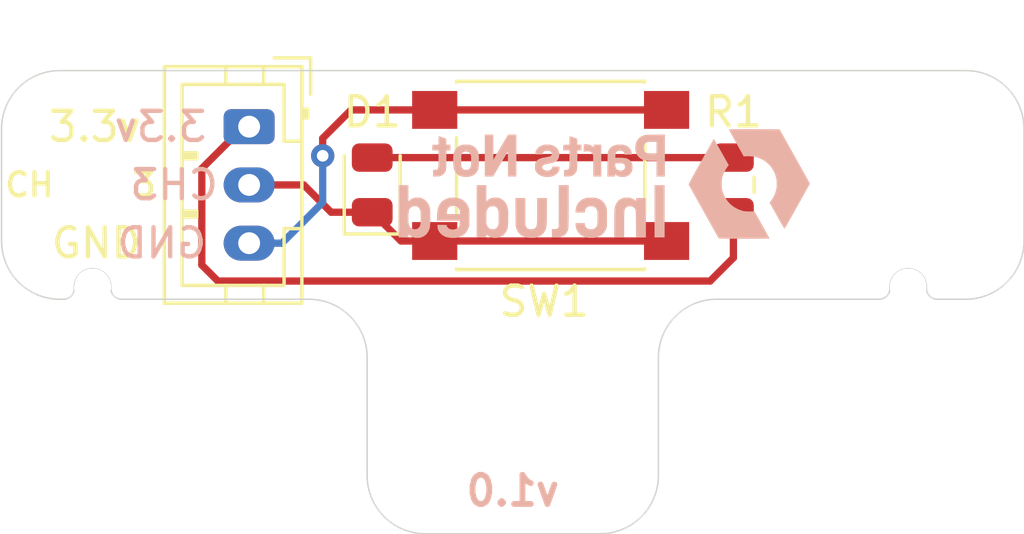
<source format=kicad_pcb>
(kicad_pcb (version 20171130) (host pcbnew "(5.1.5)-3")

  (general
    (thickness 1.6)
    (drawings 81)
    (tracks 23)
    (zones 0)
    (modules 10)
    (nets 5)
  )

  (page USLetter)
  (layers
    (0 F.Cu signal)
    (31 B.Cu signal)
    (32 B.Adhes user)
    (33 F.Adhes user)
    (34 B.Paste user)
    (35 F.Paste user)
    (36 B.SilkS user)
    (37 F.SilkS user)
    (38 B.Mask user)
    (39 F.Mask user)
    (40 Dwgs.User user)
    (41 Cmts.User user)
    (42 Eco1.User user)
    (43 Eco2.User user)
    (44 Edge.Cuts user)
    (45 Margin user)
    (46 B.CrtYd user)
    (47 F.CrtYd user)
    (48 B.Fab user)
    (49 F.Fab user)
  )

  (setup
    (last_trace_width 0.25)
    (trace_clearance 0.2)
    (zone_clearance 0.508)
    (zone_45_only no)
    (trace_min 0.2)
    (via_size 0.8)
    (via_drill 0.4)
    (via_min_size 0.4)
    (via_min_drill 0.3)
    (uvia_size 0.3)
    (uvia_drill 0.1)
    (uvias_allowed no)
    (uvia_min_size 0.2)
    (uvia_min_drill 0.1)
    (edge_width 0.05)
    (segment_width 0.2)
    (pcb_text_width 0.3)
    (pcb_text_size 1.5 1.5)
    (mod_edge_width 0.12)
    (mod_text_size 1 1)
    (mod_text_width 0.15)
    (pad_size 1.524 1.524)
    (pad_drill 0.762)
    (pad_to_mask_clearance 0.051)
    (solder_mask_min_width 0.25)
    (aux_axis_origin 0 0)
    (visible_elements 7FFFFF7F)
    (pcbplotparams
      (layerselection 0x010fc_ffffffff)
      (usegerberextensions true)
      (usegerberattributes true)
      (usegerberadvancedattributes false)
      (creategerberjobfile false)
      (excludeedgelayer true)
      (linewidth 0.100000)
      (plotframeref false)
      (viasonmask false)
      (mode 1)
      (useauxorigin false)
      (hpglpennumber 1)
      (hpglpenspeed 20)
      (hpglpendiameter 15.000000)
      (psnegative false)
      (psa4output false)
      (plotreference true)
      (plotvalue true)
      (plotinvisibletext false)
      (padsonsilk false)
      (subtractmaskfromsilk false)
      (outputformat 1)
      (mirror false)
      (drillshape 0)
      (scaleselection 1)
      (outputdirectory "../Gerbers/"))
  )

  (net 0 "")
  (net 1 /CH3)
  (net 2 "Net-(D1-Pad2)")
  (net 3 /3V3)
  (net 4 /GND)

  (net_class Default "This is the default net class."
    (clearance 0.2)
    (trace_width 0.25)
    (via_dia 0.8)
    (via_drill 0.4)
    (uvia_dia 0.3)
    (uvia_drill 0.1)
    (add_net /3V3)
    (add_net /CH3)
    (add_net /GND)
    (add_net "Net-(D1-Pad2)")
  )

  (module DumboRC_Daughterboards:DumboRC_Ch3_PNI-Logo (layer B.Cu) (tedit 0) (tstamp 5E5F66FA)
    (at 128.5 100.25 180)
    (fp_text reference G*** (at 0 0) (layer B.SilkS) hide
      (effects (font (size 1.524 1.524) (thickness 0.3)) (justify mirror))
    )
    (fp_text value LOGO (at 0.75 0) (layer B.SilkS) hide
      (effects (font (size 1.524 1.524) (thickness 0.3)) (justify mirror))
    )
    (fp_poly (pts (xy 5.616264 1.915278) (xy 5.618917 1.905242) (xy 5.620574 1.88653) (xy 5.621464 1.856918)
      (xy 5.621817 1.81418) (xy 5.621867 1.774598) (xy 5.621867 1.626121) (xy 5.725584 1.623744)
      (xy 5.8293 1.621366) (xy 5.831703 1.53035) (xy 5.834106 1.439333) (xy 5.621867 1.439333)
      (xy 5.62188 1.140883) (xy 5.621953 1.060804) (xy 5.62222 0.995856) (xy 5.622761 0.94424)
      (xy 5.623658 0.904155) (xy 5.624993 0.873799) (xy 5.626846 0.851372) (xy 5.629299 0.835073)
      (xy 5.632433 0.823102) (xy 5.63633 0.813657) (xy 5.636697 0.812918) (xy 5.653338 0.788313)
      (xy 5.675901 0.77269) (xy 5.707912 0.764482) (xy 5.750984 0.762125) (xy 5.808134 0.762)
      (xy 5.808134 0.541867) (xy 5.70865 0.542433) (xy 5.662365 0.543691) (xy 5.620421 0.546657)
      (xy 5.58758 0.550918) (xy 5.573489 0.55415) (xy 5.508049 0.582848) (xy 5.452731 0.624251)
      (xy 5.409101 0.676934) (xy 5.383179 0.727461) (xy 5.378449 0.740043) (xy 5.374566 0.752757)
      (xy 5.371426 0.767397) (xy 5.368925 0.785758) (xy 5.366959 0.809633) (xy 5.365424 0.840818)
      (xy 5.364217 0.881105) (xy 5.363232 0.932289) (xy 5.362368 0.996165) (xy 5.361518 1.074526)
      (xy 5.361192 1.107016) (xy 5.357895 1.439333) (xy 5.215467 1.439333) (xy 5.215467 1.6256)
      (xy 5.358879 1.6256) (xy 5.361256 1.729257) (xy 5.363634 1.832915) (xy 5.477934 1.873148)
      (xy 5.520149 1.887983) (xy 5.557507 1.901065) (xy 5.586673 1.911229) (xy 5.604314 1.917311)
      (xy 5.60705 1.918228) (xy 5.612385 1.918865) (xy 5.616264 1.915278)) (layer B.SilkS) (width 0.01))
    (fp_poly (pts (xy 3.7465 1.098261) (xy 3.750886 1.972733) (xy 4.030134 1.972733) (xy 4.030134 0.541867)
      (xy 3.753193 0.541867) (xy 3.495847 0.978713) (xy 3.2385 1.41556) (xy 3.236307 0.978713)
      (xy 3.234114 0.541867) (xy 2.954867 0.541867) (xy 2.954867 1.972733) (xy 3.232426 1.972733)
      (xy 3.7465 1.098261)) (layer B.SilkS) (width 0.01))
    (fp_poly (pts (xy 1.120464 1.915278) (xy 1.123117 1.905242) (xy 1.124774 1.88653) (xy 1.125664 1.856918)
      (xy 1.126017 1.81418) (xy 1.126067 1.774598) (xy 1.126067 1.626121) (xy 1.229783 1.623744)
      (xy 1.3335 1.621366) (xy 1.335903 1.53035) (xy 1.338306 1.439333) (xy 1.126067 1.439333)
      (xy 1.12608 1.140883) (xy 1.126153 1.060804) (xy 1.12642 0.995856) (xy 1.126961 0.94424)
      (xy 1.127858 0.904155) (xy 1.129193 0.873799) (xy 1.131046 0.851372) (xy 1.133499 0.835073)
      (xy 1.136633 0.823102) (xy 1.14053 0.813657) (xy 1.140897 0.812918) (xy 1.157538 0.788313)
      (xy 1.180101 0.77269) (xy 1.212112 0.764482) (xy 1.255183 0.762125) (xy 1.312334 0.762)
      (xy 1.312334 0.541867) (xy 1.21285 0.542433) (xy 1.166565 0.543691) (xy 1.124621 0.546657)
      (xy 1.09178 0.550918) (xy 1.077689 0.55415) (xy 1.012249 0.582848) (xy 0.956931 0.624251)
      (xy 0.913301 0.676934) (xy 0.887379 0.727461) (xy 0.882649 0.740043) (xy 0.878766 0.752757)
      (xy 0.875626 0.767397) (xy 0.873125 0.785758) (xy 0.871159 0.809633) (xy 0.869624 0.840818)
      (xy 0.868417 0.881105) (xy 0.867432 0.932289) (xy 0.866568 0.996165) (xy 0.865718 1.074526)
      (xy 0.865392 1.107016) (xy 0.862095 1.439333) (xy 0.719667 1.439333) (xy 0.719667 1.6256)
      (xy 0.863079 1.6256) (xy 0.865456 1.729257) (xy 0.867833 1.832915) (xy 0.982133 1.873148)
      (xy 1.024349 1.887983) (xy 1.061707 1.901065) (xy 1.090873 1.911229) (xy 1.108514 1.917311)
      (xy 1.11125 1.918228) (xy 1.116585 1.918865) (xy 1.120464 1.915278)) (layer B.SilkS) (width 0.01))
    (fp_poly (pts (xy 0.564358 1.640787) (xy 0.630767 1.6383) (xy 0.635439 1.3909) (xy 0.59077 1.40296)
      (xy 0.527091 1.413057) (xy 0.467333 1.408786) (xy 0.413591 1.390901) (xy 0.367959 1.360157)
      (xy 0.332535 1.317308) (xy 0.32726 1.3081) (xy 0.322858 1.299437) (xy 0.319214 1.290231)
      (xy 0.316244 1.278854) (xy 0.313862 1.263678) (xy 0.311986 1.243074) (xy 0.310531 1.215413)
      (xy 0.309412 1.179067) (xy 0.308546 1.132407) (xy 0.307847 1.073804) (xy 0.307233 1.001631)
      (xy 0.306619 0.914259) (xy 0.306578 0.90805) (xy 0.304122 0.541867) (xy 0.042333 0.541867)
      (xy 0.042333 1.6256) (xy 0.296333 1.6256) (xy 0.296602 1.572683) (xy 0.29687 1.519766)
      (xy 0.314357 1.543208) (xy 0.353736 1.582401) (xy 0.4053 1.612426) (xy 0.466376 1.632242)
      (xy 0.534291 1.640803) (xy 0.564358 1.640787)) (layer B.SilkS) (width 0.01))
    (fp_poly (pts (xy -1.83515 1.972586) (xy -1.747159 1.972381) (xy -1.674354 1.971817) (xy -1.614991 1.970834)
      (xy -1.567326 1.969372) (xy -1.529615 1.967371) (xy -1.500113 1.96477) (xy -1.477075 1.961509)
      (xy -1.468966 1.959941) (xy -1.386722 1.934746) (xy -1.314819 1.896539) (xy -1.253956 1.846223)
      (xy -1.204833 1.784705) (xy -1.168147 1.712891) (xy -1.144598 1.631685) (xy -1.134883 1.541995)
      (xy -1.134658 1.526533) (xy -1.140666 1.437648) (xy -1.159378 1.359133) (xy -1.191313 1.289599)
      (xy -1.236994 1.227656) (xy -1.252849 1.210951) (xy -1.292902 1.174701) (xy -1.334501 1.145618)
      (xy -1.379977 1.123033) (xy -1.431658 1.106277) (xy -1.491874 1.094682) (xy -1.562954 1.087578)
      (xy -1.647229 1.084297) (xy -1.69545 1.08388) (xy -1.862666 1.083733) (xy -1.862666 0.541867)
      (xy -2.142066 0.541867) (xy -2.142066 1.735666) (xy -1.862666 1.735666) (xy -1.862666 1.329267)
      (xy -1.71153 1.329267) (xy -1.653286 1.329839) (xy -1.603226 1.331465) (xy -1.56391 1.334007)
      (xy -1.537897 1.337328) (xy -1.531613 1.338902) (xy -1.482977 1.362928) (xy -1.446926 1.398242)
      (xy -1.423436 1.444884) (xy -1.412483 1.502892) (xy -1.41161 1.529901) (xy -1.418608 1.591801)
      (xy -1.43847 1.643255) (xy -1.47074 1.683654) (xy -1.514964 1.712391) (xy -1.558712 1.72659)
      (xy -1.582336 1.729816) (xy -1.618623 1.732536) (xy -1.663306 1.734528) (xy -1.712117 1.735568)
      (xy -1.73185 1.735666) (xy -1.862666 1.735666) (xy -2.142066 1.735666) (xy -2.142066 1.972733)
      (xy -1.83515 1.972586)) (layer B.SilkS) (width 0.01))
    (fp_poly (pts (xy 4.809589 1.619437) (xy 4.888262 1.59447) (xy 4.955807 1.557032) (xy 5.011845 1.50745)
      (xy 5.055996 1.446051) (xy 5.087882 1.373161) (xy 5.105517 1.299633) (xy 5.109487 1.26383)
      (xy 5.112222 1.215543) (xy 5.113763 1.158474) (xy 5.114149 1.096327) (xy 5.113421 1.032804)
      (xy 5.11162 0.971607) (xy 5.108786 0.916439) (xy 5.104959 0.871003) (xy 5.100503 0.840519)
      (xy 5.076492 0.759858) (xy 5.04025 0.690839) (xy 4.991899 0.633601) (xy 4.93156 0.588282)
      (xy 4.859356 0.55502) (xy 4.844093 0.550009) (xy 4.789516 0.537751) (xy 4.725328 0.530575)
      (xy 4.658161 0.528787) (xy 4.59465 0.532688) (xy 4.564554 0.537203) (xy 4.488692 0.558711)
      (xy 4.420086 0.592207) (xy 4.361055 0.636067) (xy 4.31392 0.688666) (xy 4.28917 0.729968)
      (xy 4.274782 0.762534) (xy 4.26351 0.796291) (xy 4.255015 0.833797) (xy 4.248953 0.877614)
      (xy 4.244985 0.930301) (xy 4.24277 0.994418) (xy 4.242349 1.035405) (xy 4.496758 1.035405)
      (xy 4.500199 0.963843) (xy 4.508161 0.905796) (xy 4.521056 0.85976) (xy 4.539295 0.82423)
      (xy 4.563287 0.797701) (xy 4.590823 0.779937) (xy 4.628739 0.767538) (xy 4.673747 0.762072)
      (xy 4.717986 0.763988) (xy 4.747132 0.770986) (xy 4.781762 0.791737) (xy 4.812716 0.824206)
      (xy 4.835329 0.863207) (xy 4.839105 0.873285) (xy 4.84372 0.89017) (xy 4.847065 0.910648)
      (xy 4.849258 0.937244) (xy 4.850422 0.972487) (xy 4.850678 1.018902) (xy 4.850146 1.079017)
      (xy 4.849878 1.098291) (xy 4.848915 1.158954) (xy 4.847864 1.205232) (xy 4.846449 1.239674)
      (xy 4.844397 1.264827) (xy 4.841431 1.28324) (xy 4.837278 1.297461) (xy 4.831662 1.310037)
      (xy 4.825894 1.320693) (xy 4.795507 1.35975) (xy 4.755358 1.385333) (xy 4.704877 1.397746)
      (xy 4.677834 1.399117) (xy 4.625102 1.394035) (xy 4.583659 1.377752) (xy 4.550872 1.34871)
      (xy 4.526013 1.309227) (xy 4.5167 1.289803) (xy 4.509958 1.272391) (xy 4.50527 1.253613)
      (xy 4.502122 1.230092) (xy 4.499998 1.19845) (xy 4.498382 1.15531) (xy 4.497428 1.121987)
      (xy 4.496758 1.035405) (xy 4.242349 1.035405) (xy 4.241966 1.072525) (xy 4.241947 1.084495)
      (xy 4.242622 1.166562) (xy 4.245066 1.23429) (xy 4.249701 1.290223) (xy 4.256947 1.336903)
      (xy 4.267226 1.376872) (xy 4.28096 1.412671) (xy 4.298569 1.446844) (xy 4.303339 1.454952)
      (xy 4.347538 1.512438) (xy 4.404138 1.559365) (xy 4.471898 1.595208) (xy 4.549576 1.619441)
      (xy 4.635932 1.631538) (xy 4.720167 1.631608) (xy 4.809589 1.619437)) (layer B.SilkS) (width 0.01))
    (fp_poly (pts (xy 1.96447 1.629166) (xy 2.009435 1.621511) (xy 2.084648 1.598985) (xy 2.150526 1.565956)
      (xy 2.20564 1.523775) (xy 2.24856 1.473794) (xy 2.277856 1.417366) (xy 2.292099 1.355842)
      (xy 2.292267 1.354061) (xy 2.296819 1.303867) (xy 2.177436 1.303867) (xy 2.058053 1.303866)
      (xy 2.0491 1.337115) (xy 2.030787 1.374198) (xy 1.998401 1.401966) (xy 1.952083 1.420306)
      (xy 1.941068 1.422852) (xy 1.891559 1.427843) (xy 1.841438 1.423725) (xy 1.796569 1.41138)
      (xy 1.769627 1.397066) (xy 1.744816 1.370169) (xy 1.732246 1.336563) (xy 1.731765 1.300697)
      (xy 1.743221 1.267017) (xy 1.76646 1.239972) (xy 1.775204 1.234108) (xy 1.793697 1.226956)
      (xy 1.826193 1.218264) (xy 1.869905 1.208675) (xy 1.922045 1.198833) (xy 1.94535 1.194851)
      (xy 2.028411 1.179228) (xy 2.09663 1.161897) (xy 2.152084 1.141795) (xy 2.196851 1.117863)
      (xy 2.233011 1.08904) (xy 2.262641 1.054265) (xy 2.282221 1.022933) (xy 2.292851 1.002787)
      (xy 2.299938 0.985188) (xy 2.304197 0.965929) (xy 2.306343 0.940804) (xy 2.307091 0.905609)
      (xy 2.307167 0.8763) (xy 2.306868 0.831948) (xy 2.305516 0.800154) (xy 2.302425 0.776549)
      (xy 2.29691 0.75676) (xy 2.288287 0.736417) (xy 2.28378 0.727079) (xy 2.246476 0.669872)
      (xy 2.19545 0.620587) (xy 2.132623 0.580659) (xy 2.059916 0.551521) (xy 2.042005 0.546498)
      (xy 1.995746 0.537624) (xy 1.939988 0.531595) (xy 1.881386 0.528751) (xy 1.826589 0.529438)
      (xy 1.786237 0.533322) (xy 1.708918 0.552042) (xy 1.640152 0.581437) (xy 1.581335 0.620185)
      (xy 1.533866 0.666961) (xy 1.499139 0.720442) (xy 1.478552 0.779303) (xy 1.4732 0.830051)
      (xy 1.4732 0.872066) (xy 1.709614 0.872066) (xy 1.718525 0.838973) (xy 1.736568 0.802555)
      (xy 1.767307 0.773547) (xy 1.807863 0.752709) (xy 1.85536 0.740803) (xy 1.906919 0.738589)
      (xy 1.959663 0.746828) (xy 2.004714 0.763302) (xy 2.038941 0.787887) (xy 2.059775 0.820647)
      (xy 2.066133 0.858437) (xy 2.056932 0.898113) (xy 2.053581 0.905133) (xy 2.038419 0.923715)
      (xy 2.012522 0.940001) (xy 1.974361 0.954565) (xy 1.922411 0.967982) (xy 1.855143 0.980829)
      (xy 1.850692 0.981577) (xy 1.765302 0.997955) (xy 1.694965 1.016528) (xy 1.637844 1.038278)
      (xy 1.592101 1.064188) (xy 1.555901 1.09524) (xy 1.527405 1.132417) (xy 1.510676 1.163425)
      (xy 1.491682 1.221783) (xy 1.484468 1.287089) (xy 1.48893 1.354226) (xy 1.504965 1.41808)
      (xy 1.516372 1.445298) (xy 1.551308 1.498655) (xy 1.599521 1.544262) (xy 1.658861 1.581352)
      (xy 1.727177 1.609156) (xy 1.802317 1.626906) (xy 1.882132 1.633832) (xy 1.96447 1.629166)) (layer B.SilkS) (width 0.01))
    (fp_poly (pts (xy -0.512678 1.628106) (xy -0.428568 1.610292) (xy -0.35611 1.580603) (xy -0.295519 1.539165)
      (xy -0.247008 1.486104) (xy -0.210793 1.421547) (xy -0.200158 1.393606) (xy -0.1961 1.380782)
      (xy -0.192703 1.367419) (xy -0.189895 1.351899) (xy -0.1876 1.332607) (xy -0.185747 1.307926)
      (xy -0.184263 1.276239) (xy -0.183073 1.235931) (xy -0.182104 1.185385) (xy -0.181285 1.122985)
      (xy -0.18054 1.047114) (xy -0.179797 0.956156) (xy -0.179687 0.941916) (xy -0.176621 0.541867)
      (xy -0.4318 0.541867) (xy -0.4318 0.626273) (xy -0.47625 0.592619) (xy -0.506607 0.572174)
      (xy -0.538699 0.554436) (xy -0.5588 0.545789) (xy -0.588898 0.538539) (xy -0.629627 0.53281)
      (xy -0.674715 0.52909) (xy -0.717891 0.527869) (xy -0.752885 0.529633) (xy -0.757766 0.530295)
      (xy -0.833531 0.549139) (xy -0.897662 0.580185) (xy -0.94981 0.623008) (xy -0.989624 0.677184)
      (xy -1.016757 0.74229) (xy -1.030859 0.817901) (xy -1.032933 0.864174) (xy -1.032489 0.869249)
      (xy -0.781451 0.869249) (xy -0.778545 0.832592) (xy -0.769137 0.803594) (xy -0.767291 0.800526)
      (xy -0.737375 0.769502) (xy -0.696191 0.748129) (xy -0.683471 0.744325) (xy -0.646845 0.740017)
      (xy -0.602564 0.741993) (xy -0.558335 0.749416) (xy -0.521865 0.761446) (xy -0.520611 0.762043)
      (xy -0.488402 0.78362) (xy -0.465401 0.813854) (xy -0.45053 0.854981) (xy -0.442711 0.909238)
      (xy -0.4417 0.925755) (xy -0.438121 1.000627) (xy -0.56831 0.997616) (xy -0.627955 0.995563)
      (xy -0.673241 0.992018) (xy -0.70673 0.986211) (xy -0.730982 0.977369) (xy -0.748558 0.964723)
      (xy -0.762017 0.947498) (xy -0.767682 0.93754) (xy -0.777837 0.906565) (xy -0.781451 0.869249)
      (xy -1.032489 0.869249) (xy -1.026273 0.940231) (xy -1.006279 1.005862) (xy -0.97293 1.061107)
      (xy -0.926206 1.106003) (xy -0.891375 1.12819) (xy -0.858269 1.144573) (xy -0.82505 1.156969)
      (xy -0.788653 1.16588) (xy -0.746015 1.171807) (xy -0.694069 1.175253) (xy -0.629751 1.176719)
      (xy -0.594111 1.176866) (xy -0.438247 1.176866) (xy -0.441686 1.255498) (xy -0.446547 1.309289)
      (xy -0.456739 1.349607) (xy -0.473749 1.379471) (xy -0.499064 1.401898) (xy -0.519459 1.413332)
      (xy -0.564146 1.427127) (xy -0.615073 1.430559) (xy -0.66506 1.423592) (xy -0.691975 1.414239)
      (xy -0.72502 1.392136) (xy -0.749274 1.361922) (xy -0.761275 1.328325) (xy -0.761968 1.318683)
      (xy -0.762 1.2954) (xy -1.009945 1.2954) (xy -1.004437 1.348317) (xy -0.98947 1.416075)
      (xy -0.960133 1.476086) (xy -0.91748 1.52759) (xy -0.862566 1.569825) (xy -0.796445 1.602032)
      (xy -0.720171 1.623452) (xy -0.634798 1.633324) (xy -0.608228 1.633919) (xy -0.512678 1.628106)) (layer B.SilkS) (width 0.01))
    (fp_poly (pts (xy -4.79908 2.157351) (xy -4.69178 2.15713) (xy -4.599915 2.156723) (xy -4.52311 2.156126)
      (xy -4.460991 2.155337) (xy -4.413183 2.154352) (xy -4.379312 2.153169) (xy -4.359004 2.151785)
      (xy -4.351883 2.150196) (xy -4.351866 2.15011) (xy -4.355874 2.141302) (xy -4.367427 2.119006)
      (xy -4.385817 2.084518) (xy -4.410338 2.039137) (xy -4.440282 1.984159) (xy -4.474943 1.920884)
      (xy -4.513613 1.850608) (xy -4.555586 1.77463) (xy -4.600154 1.694247) (xy -4.603696 1.687871)
      (xy -4.855526 1.234602) (xy -4.936013 1.240318) (xy -5.066159 1.241605) (xy -5.193402 1.227199)
      (xy -5.316314 1.197639) (xy -5.433469 1.15346) (xy -5.543441 1.095202) (xy -5.644804 1.0234)
      (xy -5.735629 0.939124) (xy -5.814568 0.843563) (xy -5.879238 0.740323) (xy -5.929554 0.630933)
      (xy -5.965429 0.516918) (xy -5.98678 0.399807) (xy -5.99352 0.281126) (xy -5.985565 0.162403)
      (xy -5.96283 0.045164) (xy -5.925229 -0.069062) (xy -5.872677 -0.178749) (xy -5.805089 -0.282371)
      (xy -5.803836 -0.284036) (xy -5.781461 -0.314054) (xy -5.763474 -0.338859) (xy -5.751977 -0.355504)
      (xy -5.748866 -0.360969) (xy -5.752897 -0.368973) (xy -5.764399 -0.390142) (xy -5.782491 -0.422909)
      (xy -5.806291 -0.465711) (xy -5.834918 -0.51698) (xy -5.867489 -0.575153) (xy -5.903121 -0.638664)
      (xy -5.940934 -0.705948) (xy -5.980046 -0.77544) (xy -6.019573 -0.845575) (xy -6.058635 -0.914787)
      (xy -6.096349 -0.981512) (xy -6.131833 -1.044183) (xy -6.164205 -1.101237) (xy -6.192584 -1.151108)
      (xy -6.216087 -1.19223) (xy -6.233832 -1.223039) (xy -6.244938 -1.241969) (xy -6.248433 -1.247493)
      (xy -6.2544 -1.242717) (xy -6.267139 -1.225209) (xy -6.285288 -1.19709) (xy -6.307486 -1.160479)
      (xy -6.33237 -1.117496) (xy -6.335463 -1.112026) (xy -6.379814 -1.033321) (xy -6.427403 -0.948728)
      (xy -6.477599 -0.859379) (xy -6.52977 -0.766406) (xy -6.583285 -0.670938) (xy -6.637512 -0.574109)
      (xy -6.691822 -0.477048) (xy -6.745581 -0.380889) (xy -6.798159 -0.286761) (xy -6.848924 -0.195797)
      (xy -6.897246 -0.109127) (xy -6.942492 -0.027883) (xy -6.984032 0.046803) (xy -7.021234 0.1138)
      (xy -7.053467 0.171977) (xy -7.080099 0.220203) (xy -7.100499 0.257345) (xy -7.114036 0.282273)
      (xy -7.120079 0.293856) (xy -7.120345 0.294538) (xy -7.116274 0.302541) (xy -7.10442 0.324426)
      (xy -7.08528 0.359303) (xy -7.059349 0.406281) (xy -7.02712 0.464471) (xy -6.98909 0.532982)
      (xy -6.945754 0.610923) (xy -6.897606 0.697405) (xy -6.845141 0.791537) (xy -6.788855 0.892428)
      (xy -6.729243 0.999189) (xy -6.666799 1.110928) (xy -6.602019 1.226756) (xy -6.601509 1.227666)
      (xy -6.082795 2.154766) (xy -5.217331 2.156923) (xy -5.061481 2.157244) (xy -4.922188 2.157388)
      (xy -4.79908 2.157351)) (layer B.SilkS) (width 0.01))
    (fp_poly (pts (xy 1.490147 -0.472017) (xy 1.490168 -0.59858) (xy 1.49024 -0.709317) (xy 1.490387 -0.805336)
      (xy 1.490629 -0.887744) (xy 1.49099 -0.95765) (xy 1.491492 -1.01616) (xy 1.492156 -1.064382)
      (xy 1.493005 -1.103425) (xy 1.494062 -1.134395) (xy 1.495347 -1.158399) (xy 1.496885 -1.176547)
      (xy 1.498696 -1.189945) (xy 1.500803 -1.1997) (xy 1.503229 -1.206921) (xy 1.504963 -1.210733)
      (xy 1.52313 -1.236826) (xy 1.548825 -1.254656) (xy 1.584658 -1.265266) (xy 1.633239 -1.269701)
      (xy 1.653117 -1.269987) (xy 1.7272 -1.27) (xy 1.7272 -1.5494) (xy 1.60655 -1.54868)
      (xy 1.558825 -1.547672) (xy 1.513279 -1.545422) (xy 1.474505 -1.54224) (xy 1.447102 -1.538439)
      (xy 1.443216 -1.53759) (xy 1.368569 -1.511354) (xy 1.30404 -1.471912) (xy 1.250603 -1.42031)
      (xy 1.209229 -1.357595) (xy 1.180892 -1.284811) (xy 1.172122 -1.246135) (xy 1.169949 -1.230697)
      (xy 1.168044 -1.209628) (xy 1.166391 -1.181891) (xy 1.164973 -1.146454) (xy 1.163776 -1.102281)
      (xy 1.162783 -1.048339) (xy 1.161979 -0.983594) (xy 1.161347 -0.90701) (xy 1.160871 -0.817555)
      (xy 1.160536 -0.714193) (xy 1.160326 -0.595891) (xy 1.160229 -0.472017) (xy 1.159933 0.237067)
      (xy 1.490134 0.237067) (xy 1.490147 -0.472017)) (layer B.SilkS) (width 0.01))
    (fp_poly (pts (xy -0.759505 -0.193543) (xy -0.679437 -0.215) (xy -0.608789 -0.250204) (xy -0.548217 -0.298596)
      (xy -0.498374 -0.359616) (xy -0.459917 -0.432706) (xy -0.433501 -0.517306) (xy -0.427971 -0.545141)
      (xy -0.425001 -0.564857) (xy -0.422497 -0.588137) (xy -0.42042 -0.61646) (xy -0.418736 -0.651305)
      (xy -0.417409 -0.69415) (xy -0.416403 -0.746474) (xy -0.415681 -0.809755) (xy -0.415209 -0.885472)
      (xy -0.414949 -0.975103) (xy -0.414867 -1.080127) (xy -0.414867 -1.5494) (xy -0.745066 -1.5494)
      (xy -0.745066 -1.097498) (xy -0.745089 -0.994023) (xy -0.745238 -0.906035) (xy -0.745637 -0.832088)
      (xy -0.74641 -0.770736) (xy -0.74768 -0.720534) (xy -0.749571 -0.680034) (xy -0.752206 -0.647792)
      (xy -0.755709 -0.62236) (xy -0.760203 -0.602294) (xy -0.765811 -0.586147) (xy -0.772658 -0.572472)
      (xy -0.780866 -0.559824) (xy -0.790559 -0.546757) (xy -0.79229 -0.544487) (xy -0.826248 -0.510911)
      (xy -0.868512 -0.489629) (xy -0.921263 -0.479723) (xy -0.948266 -0.478731) (xy -1.009348 -0.48508)
      (xy -1.060235 -0.50465) (xy -1.102129 -0.538139) (xy -1.136231 -0.586242) (xy -1.137425 -0.588434)
      (xy -1.141382 -0.596117) (xy -1.144731 -0.604247) (xy -1.147531 -0.614244) (xy -1.149842 -0.627528)
      (xy -1.151721 -0.645517) (xy -1.153228 -0.669632) (xy -1.154422 -0.701293) (xy -1.155362 -0.741919)
      (xy -1.156107 -0.79293) (xy -1.156716 -0.855745) (xy -1.157248 -0.931785) (xy -1.157761 -1.022468)
      (xy -1.158092 -1.08585) (xy -1.160485 -1.5494) (xy -1.490133 -1.5494) (xy -1.490133 -0.2032)
      (xy -1.1684 -0.2032) (xy -1.1684 -0.314275) (xy -1.128183 -0.28082) (xy -1.062095 -0.235949)
      (xy -0.988764 -0.20562) (xy -0.907101 -0.189466) (xy -0.848338 -0.186392) (xy -0.759505 -0.193543)) (layer B.SilkS) (width 0.01))
    (fp_poly (pts (xy -1.794933 -1.5494) (xy -2.1336 -1.5494) (xy -2.1336 0.237067) (xy -1.794933 0.237067)
      (xy -1.794933 -1.5494)) (layer B.SilkS) (width 0.01))
    (fp_poly (pts (xy 6.985 -1.5494) (xy 6.663267 -1.5494) (xy 6.663267 -1.437177) (xy 6.624533 -1.47288)
      (xy 6.568306 -1.513673) (xy 6.501785 -1.543289) (xy 6.427881 -1.561148) (xy 6.349506 -1.566673)
      (xy 6.269571 -1.559285) (xy 6.231467 -1.550973) (xy 6.156451 -1.522853) (xy 6.089179 -1.480301)
      (xy 6.03072 -1.424446) (xy 5.982143 -1.356418) (xy 5.944517 -1.277348) (xy 5.929538 -1.2319)
      (xy 5.924597 -1.205353) (xy 5.920323 -1.164565) (xy 5.916746 -1.112216) (xy 5.913894 -1.050986)
      (xy 5.911798 -0.983556) (xy 5.910741 -0.926266) (xy 6.232436 -0.926266) (xy 6.233023 -0.991291)
      (xy 6.235195 -1.043867) (xy 6.23917 -1.086215) (xy 6.245162 -1.120557) (xy 6.25339 -1.149115)
      (xy 6.264068 -1.174113) (xy 6.26536 -1.176659) (xy 6.297396 -1.221905) (xy 6.339273 -1.254229)
      (xy 6.389113 -1.272927) (xy 6.445033 -1.277297) (xy 6.505155 -1.266635) (xy 6.50567 -1.266481)
      (xy 6.557262 -1.243447) (xy 6.598134 -1.20829) (xy 6.62879 -1.160356) (xy 6.649734 -1.09899)
      (xy 6.655205 -1.072279) (xy 6.659167 -1.038095) (xy 6.661643 -0.992201) (xy 6.662728 -0.937997)
      (xy 6.662513 -0.878881) (xy 6.661094 -0.81825) (xy 6.658562 -0.759503) (xy 6.655012 -0.706038)
      (xy 6.650536 -0.661253) (xy 6.645229 -0.628546) (xy 6.642747 -0.619143) (xy 6.621577 -0.574647)
      (xy 6.589932 -0.534716) (xy 6.551794 -0.503373) (xy 6.51115 -0.484644) (xy 6.509 -0.484079)
      (xy 6.44486 -0.474846) (xy 6.387129 -0.480546) (xy 6.336895 -0.500678) (xy 6.295249 -0.534742)
      (xy 6.263279 -0.582238) (xy 6.255068 -0.600698) (xy 6.24903 -0.617128) (xy 6.24437 -0.633912)
      (xy 6.240859 -0.653599) (xy 6.238272 -0.67874) (xy 6.236382 -0.711885) (xy 6.234962 -0.755585)
      (xy 6.233786 -0.81239) (xy 6.233218 -0.846569) (xy 6.232436 -0.926266) (xy 5.910741 -0.926266)
      (xy 5.910488 -0.912605) (xy 5.909993 -0.840814) (xy 5.910343 -0.770864) (xy 5.911568 -0.705434)
      (xy 5.913697 -0.647204) (xy 5.916761 -0.598856) (xy 5.920788 -0.563068) (xy 5.922035 -0.55596)
      (xy 5.946007 -0.470477) (xy 5.982286 -0.393326) (xy 6.029643 -0.326851) (xy 6.057065 -0.298375)
      (xy 6.117687 -0.249837) (xy 6.181482 -0.215802) (xy 6.251496 -0.195114) (xy 6.330775 -0.18662)
      (xy 6.352871 -0.186267) (xy 6.435648 -0.193239) (xy 6.509498 -0.214373) (xy 6.575258 -0.249995)
      (xy 6.626567 -0.293055) (xy 6.663267 -0.329755) (xy 6.663267 0.237067) (xy 6.985 0.237067)
      (xy 6.985 -1.5494)) (layer B.SilkS) (width 0.01))
    (fp_poly (pts (xy 5.215374 -0.193024) (xy 5.308563 -0.213017) (xy 5.392498 -0.245823) (xy 5.466244 -0.291024)
      (xy 5.528863 -0.348199) (xy 5.559444 -0.386302) (xy 5.591755 -0.436764) (xy 5.617534 -0.489568)
      (xy 5.637447 -0.547333) (xy 5.652161 -0.612684) (xy 5.662342 -0.688242) (xy 5.668656 -0.77663)
      (xy 5.670479 -0.823384) (xy 5.675095 -0.973667) (xy 4.882918 -0.973667) (xy 4.887479 -1.04775)
      (xy 4.893427 -1.103726) (xy 4.904495 -1.147696) (xy 4.922246 -1.184211) (xy 4.944454 -1.213583)
      (xy 4.981719 -1.244362) (xy 5.03028 -1.267192) (xy 5.086035 -1.281163) (xy 5.144877 -1.285366)
      (xy 5.202705 -1.278891) (xy 5.219763 -1.274579) (xy 5.261557 -1.256991) (xy 5.29787 -1.231586)
      (xy 5.324863 -1.201683) (xy 5.338392 -1.172062) (xy 5.343439 -1.150559) (xy 5.347142 -1.13665)
      (xy 5.352879 -1.132627) (xy 5.368397 -1.129674) (xy 5.395398 -1.127675) (xy 5.435587 -1.126515)
      (xy 5.490668 -1.126078) (xy 5.503068 -1.126067) (xy 5.655734 -1.126067) (xy 5.655734 -1.171742)
      (xy 5.647527 -1.241906) (xy 5.623945 -1.30969) (xy 5.586539 -1.373051) (xy 5.536862 -1.429949)
      (xy 5.476469 -1.478342) (xy 5.406912 -1.51619) (xy 5.38768 -1.52399) (xy 5.319179 -1.544181)
      (xy 5.240413 -1.557942) (xy 5.156938 -1.564887) (xy 5.074305 -1.564632) (xy 4.99807 -1.556791)
      (xy 4.975578 -1.552542) (xy 4.882498 -1.524967) (xy 4.800581 -1.484694) (xy 4.730072 -1.431955)
      (xy 4.671217 -1.366981) (xy 4.624259 -1.290006) (xy 4.589445 -1.20126) (xy 4.583686 -1.1811)
      (xy 4.578989 -1.161789) (xy 4.5753 -1.141355) (xy 4.572502 -1.117522) (xy 4.570477 -1.088016)
      (xy 4.569108 -1.050561) (xy 4.568278 -1.00288) (xy 4.56787 -0.9427) (xy 4.567767 -0.872067)
      (xy 4.567944 -0.79188) (xy 4.568394 -0.753534) (xy 4.882847 -0.753534) (xy 5.344643 -0.753534)
      (xy 5.340776 -0.686743) (xy 5.330832 -0.618286) (xy 5.309679 -0.562516) (xy 5.277345 -0.51946)
      (xy 5.233857 -0.489142) (xy 5.179245 -0.471588) (xy 5.113537 -0.466824) (xy 5.097939 -0.467474)
      (xy 5.033699 -0.47719) (xy 4.981681 -0.498242) (xy 4.941415 -0.53112) (xy 4.912431 -0.576317)
      (xy 4.894258 -0.634324) (xy 4.887355 -0.687767) (xy 4.882847 -0.753534) (xy 4.568394 -0.753534)
      (xy 4.568715 -0.726186) (xy 4.570434 -0.672545) (xy 4.573459 -0.62852) (xy 4.578146 -0.591672)
      (xy 4.584851 -0.55956) (xy 4.59393 -0.529748) (xy 4.60574 -0.499795) (xy 4.620637 -0.467263)
      (xy 4.629616 -0.448734) (xy 4.67392 -0.37693) (xy 4.730836 -0.315702) (xy 4.799316 -0.265617)
      (xy 4.878314 -0.227243) (xy 4.96678 -0.201147) (xy 5.063668 -0.187897) (xy 5.113867 -0.186267)
      (xy 5.215374 -0.193024)) (layer B.SilkS) (width 0.01))
    (fp_poly (pts (xy 4.309534 -1.5494) (xy 3.9878 -1.5494) (xy 3.9878 -1.437177) (xy 3.949066 -1.47288)
      (xy 3.89284 -1.513673) (xy 3.826318 -1.543289) (xy 3.752415 -1.561148) (xy 3.674039 -1.566673)
      (xy 3.594104 -1.559285) (xy 3.556 -1.550973) (xy 3.480984 -1.522853) (xy 3.413712 -1.480301)
      (xy 3.355253 -1.424446) (xy 3.306676 -1.356418) (xy 3.269051 -1.277348) (xy 3.254071 -1.2319)
      (xy 3.249131 -1.205353) (xy 3.244857 -1.164565) (xy 3.241279 -1.112216) (xy 3.238427 -1.050986)
      (xy 3.236332 -0.983556) (xy 3.235274 -0.926266) (xy 3.556969 -0.926266) (xy 3.557556 -0.991291)
      (xy 3.559729 -1.043867) (xy 3.563703 -1.086215) (xy 3.569696 -1.120557) (xy 3.577923 -1.149115)
      (xy 3.588602 -1.174113) (xy 3.589893 -1.176659) (xy 3.621929 -1.221905) (xy 3.663807 -1.254229)
      (xy 3.713646 -1.272927) (xy 3.769567 -1.277297) (xy 3.829688 -1.266635) (xy 3.830203 -1.266481)
      (xy 3.881795 -1.243447) (xy 3.922667 -1.20829) (xy 3.953323 -1.160356) (xy 3.974267 -1.09899)
      (xy 3.979738 -1.072279) (xy 3.9837 -1.038095) (xy 3.986177 -0.992201) (xy 3.987261 -0.937997)
      (xy 3.987047 -0.878881) (xy 3.985627 -0.81825) (xy 3.983095 -0.759503) (xy 3.979545 -0.706038)
      (xy 3.975069 -0.661253) (xy 3.969762 -0.628546) (xy 3.96728 -0.619143) (xy 3.94611 -0.574647)
      (xy 3.914465 -0.534716) (xy 3.876328 -0.503373) (xy 3.835683 -0.484644) (xy 3.833533 -0.484079)
      (xy 3.769394 -0.474846) (xy 3.711662 -0.480546) (xy 3.661429 -0.500678) (xy 3.619782 -0.534742)
      (xy 3.587812 -0.582238) (xy 3.579601 -0.600698) (xy 3.573564 -0.617128) (xy 3.568903 -0.633912)
      (xy 3.565392 -0.653599) (xy 3.562805 -0.67874) (xy 3.560915 -0.711885) (xy 3.559496 -0.755585)
      (xy 3.55832 -0.81239) (xy 3.557751 -0.846569) (xy 3.556969 -0.926266) (xy 3.235274 -0.926266)
      (xy 3.235021 -0.912605) (xy 3.234526 -0.840814) (xy 3.234876 -0.770864) (xy 3.236101 -0.705434)
      (xy 3.23823 -0.647204) (xy 3.241294 -0.598856) (xy 3.245322 -0.563068) (xy 3.246568 -0.55596)
      (xy 3.27054 -0.470477) (xy 3.306819 -0.393326) (xy 3.354176 -0.326851) (xy 3.381598 -0.298375)
      (xy 3.44222 -0.249837) (xy 3.506015 -0.215802) (xy 3.57603 -0.195114) (xy 3.655308 -0.18662)
      (xy 3.677405 -0.186267) (xy 3.760181 -0.193239) (xy 3.834032 -0.214373) (xy 3.899791 -0.249995)
      (xy 3.951101 -0.293055) (xy 3.9878 -0.329755) (xy 3.9878 0.237067) (xy 4.309534 0.237067)
      (xy 4.309534 -1.5494)) (layer B.SilkS) (width 0.01))
    (fp_poly (pts (xy 2.2352 -0.641688) (xy 2.235266 -0.746436) (xy 2.235537 -0.835721) (xy 2.236127 -0.911011)
      (xy 2.237149 -0.973776) (xy 2.238715 -1.025485) (xy 2.240938 -1.067606) (xy 2.243931 -1.10161)
      (xy 2.247806 -1.128966) (xy 2.252678 -1.151142) (xy 2.258657 -1.169609) (xy 2.265857 -1.185835)
      (xy 2.274392 -1.201289) (xy 2.278704 -1.208394) (xy 2.305821 -1.237253) (xy 2.345052 -1.259014)
      (xy 2.392762 -1.272806) (xy 2.445317 -1.277759) (xy 2.499084 -1.273003) (xy 2.523901 -1.267119)
      (xy 2.560788 -1.253002) (xy 2.588256 -1.233019) (xy 2.610618 -1.203188) (xy 2.62637 -1.172528)
      (xy 2.630581 -1.163169) (xy 2.634144 -1.153899) (xy 2.63712 -1.143278) (xy 2.639573 -1.129864)
      (xy 2.641565 -1.112215) (xy 2.643159 -1.088888) (xy 2.644416 -1.058443) (xy 2.6454 -1.019438)
      (xy 2.646173 -0.970431) (xy 2.646797 -0.909981) (xy 2.647335 -0.836644) (xy 2.64785 -0.748981)
      (xy 2.64829 -0.66675) (xy 2.650747 -0.2032) (xy 2.981409 -0.2032) (xy 2.978254 -0.675217)
      (xy 2.977552 -0.776931) (xy 2.976875 -0.863214) (xy 2.976162 -0.935568) (xy 2.975354 -0.995495)
      (xy 2.97439 -1.044498) (xy 2.973212 -1.084079) (xy 2.971757 -1.11574) (xy 2.969968 -1.140982)
      (xy 2.967783 -1.161309) (xy 2.965142 -1.178222) (xy 2.961986 -1.193224) (xy 2.958255 -1.207817)
      (xy 2.956754 -1.213278) (xy 2.92511 -1.301753) (xy 2.882833 -1.377125) (xy 2.829626 -1.439699)
      (xy 2.765192 -1.489785) (xy 2.689232 -1.527691) (xy 2.636834 -1.545041) (xy 2.605253 -1.551195)
      (xy 2.561351 -1.556291) (xy 2.509719 -1.560145) (xy 2.454948 -1.562571) (xy 2.401627 -1.563385)
      (xy 2.354347 -1.562401) (xy 2.317698 -1.559434) (xy 2.309968 -1.558223) (xy 2.218363 -1.534757)
      (xy 2.139172 -1.499955) (xy 2.071963 -1.453512) (xy 2.016304 -1.395126) (xy 1.971762 -1.324493)
      (xy 1.968759 -1.318494) (xy 1.957022 -1.294274) (xy 1.946984 -1.27196) (xy 1.938504 -1.250036)
      (xy 1.931436 -1.226985) (xy 1.925636 -1.20129) (xy 1.920961 -1.171435) (xy 1.917266 -1.135904)
      (xy 1.914408 -1.093179) (xy 1.912242 -1.041744) (xy 1.910625 -0.980082) (xy 1.909412 -0.906677)
      (xy 1.908459 -0.820011) (xy 1.907623 -0.718569) (xy 1.90727 -0.670984) (xy 1.90385 -0.2032)
      (xy 2.2352 -0.2032) (xy 2.2352 -0.641688)) (layer B.SilkS) (width 0.01))
    (fp_poly (pts (xy 0.3937 -0.191115) (xy 0.446588 -0.191591) (xy 0.486488 -0.19277) (xy 0.517341 -0.1951)
      (xy 0.543091 -0.199029) (xy 0.56768 -0.205006) (xy 0.59505 -0.21348) (xy 0.597564 -0.214307)
      (xy 0.68161 -0.249804) (xy 0.7531 -0.296556) (xy 0.811826 -0.354334) (xy 0.857578 -0.422911)
      (xy 0.89015 -0.502059) (xy 0.901708 -0.546842) (xy 0.908305 -0.584688) (xy 0.912859 -0.623591)
      (xy 0.914253 -0.649817) (xy 0.9144 -0.694267) (xy 0.601133 -0.694267) (xy 0.601133 -0.657829)
      (xy 0.594403 -0.615841) (xy 0.576414 -0.572838) (xy 0.550472 -0.535227) (xy 0.52677 -0.513704)
      (xy 0.47814 -0.489758) (xy 0.421753 -0.4773) (xy 0.362509 -0.476568) (xy 0.305309 -0.487802)
      (xy 0.272246 -0.501275) (xy 0.232315 -0.530524) (xy 0.199332 -0.572238) (xy 0.176075 -0.62247)
      (xy 0.169377 -0.647489) (xy 0.16599 -0.674401) (xy 0.163602 -0.716975) (xy 0.162247 -0.773972)
      (xy 0.161957 -0.844147) (xy 0.162445 -0.903522) (xy 0.163346 -0.968969) (xy 0.164333 -1.019895)
      (xy 0.165623 -1.05871) (xy 0.16743 -1.087826) (xy 0.16997 -1.109652) (xy 0.173461 -1.126601)
      (xy 0.178117 -1.141083) (xy 0.184154 -1.155509) (xy 0.185219 -1.157878) (xy 0.21537 -1.206997)
      (xy 0.255637 -1.242673) (xy 0.306218 -1.265403) (xy 0.367546 -1.277098) (xy 0.425849 -1.276019)
      (xy 0.479073 -1.263299) (xy 0.525166 -1.240071) (xy 0.562075 -1.207468) (xy 0.587748 -1.166622)
      (xy 0.60013 -1.118667) (xy 0.600948 -1.102783) (xy 0.601133 -1.0668) (xy 0.9144 -1.0668)
      (xy 0.914253 -1.107017) (xy 0.912319 -1.136849) (xy 0.907432 -1.174329) (xy 0.901608 -1.2065)
      (xy 0.876 -1.289364) (xy 0.836462 -1.36302) (xy 0.783746 -1.426698) (xy 0.718604 -1.479624)
      (xy 0.641789 -1.521024) (xy 0.571208 -1.545669) (xy 0.532247 -1.55333) (xy 0.481474 -1.558905)
      (xy 0.423898 -1.56227) (xy 0.364528 -1.563299) (xy 0.308371 -1.561868) (xy 0.260436 -1.557852)
      (xy 0.237067 -1.554014) (xy 0.144119 -1.527358) (xy 0.063853 -1.489634) (xy -0.004196 -1.44045)
      (xy -0.06049 -1.379412) (xy -0.105493 -1.306128) (xy -0.133001 -1.240367) (xy -0.156633 -1.172633)
      (xy -0.156633 -0.880534) (xy -0.156594 -0.802141) (xy -0.1564 -0.738635) (xy -0.155937 -0.68797)
      (xy -0.155091 -0.648101) (xy -0.153749 -0.61698) (xy -0.151796 -0.592562) (xy -0.149118 -0.572801)
      (xy -0.145602 -0.55565) (xy -0.141134 -0.539064) (xy -0.136831 -0.524934) (xy -0.103485 -0.44104)
      (xy -0.05952 -0.370051) (xy -0.00427 -0.311171) (xy 0.062929 -0.263606) (xy 0.0966 -0.245989)
      (xy 0.14039 -0.226238) (xy 0.179373 -0.211723) (xy 0.217594 -0.201696) (xy 0.259096 -0.195412)
      (xy 0.307924 -0.192123) (xy 0.368122 -0.191081) (xy 0.3937 -0.191115)) (layer B.SilkS) (width 0.01))
    (fp_poly (pts (xy -3.822519 1.812686) (xy -3.810166 1.791583) (xy -3.790661 1.757631) (xy -3.764553 1.7118)
      (xy -3.732389 1.655061) (xy -3.694717 1.588384) (xy -3.652083 1.512739) (xy -3.605037 1.429097)
      (xy -3.554124 1.338428) (xy -3.499894 1.241702) (xy -3.442893 1.13989) (xy -3.39197 1.048817)
      (xy -3.321954 0.923455) (xy -3.259813 0.812029) (xy -3.20511 0.71372) (xy -3.157408 0.627711)
      (xy -3.116269 0.553184) (xy -3.081256 0.489322) (xy -3.051932 0.435307) (xy -3.027859 0.390322)
      (xy -3.0086 0.353549) (xy -2.993718 0.32417) (xy -2.982775 0.301369) (xy -2.975333 0.284326)
      (xy -2.970957 0.272226) (xy -2.969207 0.26425) (xy -2.969648 0.25958) (xy -2.969701 0.259457)
      (xy -2.975188 0.24906) (xy -2.988274 0.225107) (xy -3.008349 0.188692) (xy -3.034801 0.140908)
      (xy -3.06702 0.082849) (xy -3.104394 0.015607) (xy -3.146314 -0.059723) (xy -3.192167 -0.142048)
      (xy -3.241343 -0.230276) (xy -3.293231 -0.323312) (xy -3.34722 -0.420064) (xy -3.402699 -0.519438)
      (xy -3.459057 -0.62034) (xy -3.515684 -0.721678) (xy -3.571967 -0.822358) (xy -3.627297 -0.921286)
      (xy -3.681063 -1.017369) (xy -3.732652 -1.109515) (xy -3.781455 -1.196629) (xy -3.826861 -1.277618)
      (xy -3.868258 -1.351389) (xy -3.905036 -1.416848) (xy -3.936584 -1.472903) (xy -3.96229 -1.51846)
      (xy -3.981545 -1.552425) (xy -3.993736 -1.573705) (xy -3.998197 -1.58115) (xy -4.00291 -1.582937)
      (xy -4.01452 -1.584524) (xy -4.033849 -1.585924) (xy -4.061715 -1.587144) (xy -4.098937 -1.588196)
      (xy -4.146334 -1.589089) (xy -4.204727 -1.589833) (xy -4.274935 -1.590439) (xy -4.357776 -1.590915)
      (xy -4.454071 -1.591273) (xy -4.564638 -1.591521) (xy -4.690298 -1.591671) (xy -4.831869 -1.591731)
      (xy -4.86937 -1.591733) (xy -4.988659 -1.591683) (xy -5.103063 -1.591538) (xy -5.211457 -1.591303)
      (xy -5.312719 -1.590986) (xy -5.405727 -1.590594) (xy -5.489356 -1.590133) (xy -5.562484 -1.589611)
      (xy -5.623988 -1.589034) (xy -5.672744 -1.588408) (xy -5.707631 -1.587741) (xy -5.727524 -1.58704)
      (xy -5.731933 -1.586512) (xy -5.727933 -1.578383) (xy -5.716401 -1.556736) (xy -5.698037 -1.522846)
      (xy -5.673544 -1.477993) (xy -5.643621 -1.423453) (xy -5.608971 -1.360504) (xy -5.570294 -1.290425)
      (xy -5.528291 -1.214492) (xy -5.483665 -1.133984) (xy -5.477548 -1.122962) (xy -5.223163 -0.664634)
      (xy -5.056331 -0.664634) (xy -4.996406 -0.664432) (xy -4.949965 -0.663639) (xy -4.913559 -0.661969)
      (xy -4.883741 -0.659137) (xy -4.857064 -0.654859) (xy -4.830081 -0.64885) (xy -4.8133 -0.644556)
      (xy -4.692147 -0.604276) (xy -4.578222 -0.549583) (xy -4.473017 -0.481465) (xy -4.378028 -0.40091)
      (xy -4.294749 -0.308908) (xy -4.282967 -0.293662) (xy -4.239305 -0.228729) (xy -4.197223 -0.152957)
      (xy -4.159656 -0.072389) (xy -4.129536 0.006934) (xy -4.117297 0.047514) (xy -4.109028 0.079686)
      (xy -4.103058 0.107837) (xy -4.099019 0.135826) (xy -4.096543 0.167512) (xy -4.095262 0.206754)
      (xy -4.094808 0.257409) (xy -4.094776 0.283633) (xy -4.094994 0.340514) (xy -4.095889 0.3843)
      (xy -4.097822 0.418829) (xy -4.101155 0.447936) (xy -4.106248 0.475458) (xy -4.113462 0.50523)
      (xy -4.116827 0.517902) (xy -4.156563 0.635998) (xy -4.210222 0.749145) (xy -4.275913 0.853643)
      (xy -4.313275 0.902216) (xy -4.334634 0.928131) (xy -4.08314 1.374232) (xy -4.038172 1.453864)
      (xy -3.995634 1.528933) (xy -3.956257 1.598169) (xy -3.92077 1.660301) (xy -3.889901 1.714061)
      (xy -3.864381 1.758177) (xy -3.844938 1.79138) (xy -3.832303 1.812399) (xy -3.827204 1.819964)
      (xy -3.827173 1.81997) (xy -3.822519 1.812686)) (layer B.SilkS) (width 0.01))
  )

  (module LED_SMD:LED_0805_2012Metric locked (layer F.Cu) (tedit 5B36C52C) (tstamp 5E599FC8)
    (at 120.6 100 90)
    (descr "LED SMD 0805 (2012 Metric), square (rectangular) end terminal, IPC_7351 nominal, (Body size source: https://docs.google.com/spreadsheets/d/1BsfQQcO9C6DZCsRaXUlFlo91Tg2WpOkGARC1WS5S8t0/edit?usp=sharing), generated with kicad-footprint-generator")
    (tags diode)
    (path /5E564FE2)
    (attr smd)
    (fp_text reference D1 (at 2.5 0 180) (layer F.SilkS)
      (effects (font (size 1 1) (thickness 0.15)))
    )
    (fp_text value LED (at -2.5 -0.35 180) (layer F.Fab)
      (effects (font (size 1 1) (thickness 0.15)))
    )
    (fp_line (start 1 -0.6) (end -0.7 -0.6) (layer F.Fab) (width 0.1))
    (fp_line (start -0.7 -0.6) (end -1 -0.3) (layer F.Fab) (width 0.1))
    (fp_line (start -1 -0.3) (end -1 0.6) (layer F.Fab) (width 0.1))
    (fp_line (start -1 0.6) (end 1 0.6) (layer F.Fab) (width 0.1))
    (fp_line (start 1 0.6) (end 1 -0.6) (layer F.Fab) (width 0.1))
    (fp_line (start 1 -0.96) (end -1.685 -0.96) (layer F.SilkS) (width 0.12))
    (fp_line (start -1.685 -0.96) (end -1.685 0.96) (layer F.SilkS) (width 0.12))
    (fp_line (start -1.685 0.96) (end 1 0.96) (layer F.SilkS) (width 0.12))
    (fp_line (start -1.68 0.95) (end -1.68 -0.95) (layer F.CrtYd) (width 0.05))
    (fp_line (start -1.68 -0.95) (end 1.68 -0.95) (layer F.CrtYd) (width 0.05))
    (fp_line (start 1.68 -0.95) (end 1.68 0.95) (layer F.CrtYd) (width 0.05))
    (fp_line (start 1.68 0.95) (end -1.68 0.95) (layer F.CrtYd) (width 0.05))
    (fp_text user %R (at 0 0 90) (layer F.Fab)
      (effects (font (size 0.5 0.5) (thickness 0.08)))
    )
    (pad 1 smd roundrect (at -0.9375 0 90) (size 0.975 1.4) (layers F.Cu F.Paste F.Mask) (roundrect_rratio 0.25)
      (net 1 /CH3))
    (pad 2 smd roundrect (at 0.9375 0 90) (size 0.975 1.4) (layers F.Cu F.Paste F.Mask) (roundrect_rratio 0.25)
      (net 2 "Net-(D1-Pad2)"))
    (model ${KISYS3DMOD}/LED_SMD.3dshapes/LED_0805_2012Metric.wrl
      (at (xyz 0 0 0))
      (scale (xyz 1 1 1))
      (rotate (xyz 0 0 0))
    )
  )

  (module Connector_JST:JST_PH_B3B-PH-K_1x03_P2.00mm_Vertical locked (layer F.Cu) (tedit 5B7745C2) (tstamp 5E59A75D)
    (at 116.375 98 270)
    (descr "JST PH series connector, B3B-PH-K (http://www.jst-mfg.com/product/pdf/eng/ePH.pdf), generated with kicad-footprint-generator")
    (tags "connector JST PH side entry")
    (path /5E559E63)
    (fp_text reference J1 (at -1 4.125 180) (layer F.SilkS) hide
      (effects (font (size 1 1) (thickness 0.15)))
    )
    (fp_text value Conn_01x03 (at -3.5 0 180) (layer F.Fab)
      (effects (font (size 1 1) (thickness 0.15)))
    )
    (fp_line (start -2.06 -1.81) (end -2.06 2.91) (layer F.SilkS) (width 0.12))
    (fp_line (start -2.06 2.91) (end 6.06 2.91) (layer F.SilkS) (width 0.12))
    (fp_line (start 6.06 2.91) (end 6.06 -1.81) (layer F.SilkS) (width 0.12))
    (fp_line (start 6.06 -1.81) (end -2.06 -1.81) (layer F.SilkS) (width 0.12))
    (fp_line (start -0.3 -1.81) (end -0.3 -2.01) (layer F.SilkS) (width 0.12))
    (fp_line (start -0.3 -2.01) (end -0.6 -2.01) (layer F.SilkS) (width 0.12))
    (fp_line (start -0.6 -2.01) (end -0.6 -1.81) (layer F.SilkS) (width 0.12))
    (fp_line (start -0.3 -1.91) (end -0.6 -1.91) (layer F.SilkS) (width 0.12))
    (fp_line (start 0.5 -1.81) (end 0.5 -1.2) (layer F.SilkS) (width 0.12))
    (fp_line (start 0.5 -1.2) (end -1.45 -1.2) (layer F.SilkS) (width 0.12))
    (fp_line (start -1.45 -1.2) (end -1.45 2.3) (layer F.SilkS) (width 0.12))
    (fp_line (start -1.45 2.3) (end 5.45 2.3) (layer F.SilkS) (width 0.12))
    (fp_line (start 5.45 2.3) (end 5.45 -1.2) (layer F.SilkS) (width 0.12))
    (fp_line (start 5.45 -1.2) (end 3.5 -1.2) (layer F.SilkS) (width 0.12))
    (fp_line (start 3.5 -1.2) (end 3.5 -1.81) (layer F.SilkS) (width 0.12))
    (fp_line (start -2.06 -0.5) (end -1.45 -0.5) (layer F.SilkS) (width 0.12))
    (fp_line (start -2.06 0.8) (end -1.45 0.8) (layer F.SilkS) (width 0.12))
    (fp_line (start 6.06 -0.5) (end 5.45 -0.5) (layer F.SilkS) (width 0.12))
    (fp_line (start 6.06 0.8) (end 5.45 0.8) (layer F.SilkS) (width 0.12))
    (fp_line (start 0.9 2.3) (end 0.9 1.8) (layer F.SilkS) (width 0.12))
    (fp_line (start 0.9 1.8) (end 1.1 1.8) (layer F.SilkS) (width 0.12))
    (fp_line (start 1.1 1.8) (end 1.1 2.3) (layer F.SilkS) (width 0.12))
    (fp_line (start 1 2.3) (end 1 1.8) (layer F.SilkS) (width 0.12))
    (fp_line (start 2.9 2.3) (end 2.9 1.8) (layer F.SilkS) (width 0.12))
    (fp_line (start 2.9 1.8) (end 3.1 1.8) (layer F.SilkS) (width 0.12))
    (fp_line (start 3.1 1.8) (end 3.1 2.3) (layer F.SilkS) (width 0.12))
    (fp_line (start 3 2.3) (end 3 1.8) (layer F.SilkS) (width 0.12))
    (fp_line (start -1.11 -2.11) (end -2.36 -2.11) (layer F.SilkS) (width 0.12))
    (fp_line (start -2.36 -2.11) (end -2.36 -0.86) (layer F.SilkS) (width 0.12))
    (fp_line (start -1.11 -2.11) (end -2.36 -2.11) (layer F.Fab) (width 0.1))
    (fp_line (start -2.36 -2.11) (end -2.36 -0.86) (layer F.Fab) (width 0.1))
    (fp_line (start -1.95 -1.7) (end -1.95 2.8) (layer F.Fab) (width 0.1))
    (fp_line (start -1.95 2.8) (end 5.95 2.8) (layer F.Fab) (width 0.1))
    (fp_line (start 5.95 2.8) (end 5.95 -1.7) (layer F.Fab) (width 0.1))
    (fp_line (start 5.95 -1.7) (end -1.95 -1.7) (layer F.Fab) (width 0.1))
    (fp_line (start -2.45 -2.2) (end -2.45 3.3) (layer F.CrtYd) (width 0.05))
    (fp_line (start -2.45 3.3) (end 6.45 3.3) (layer F.CrtYd) (width 0.05))
    (fp_line (start 6.45 3.3) (end 6.45 -2.2) (layer F.CrtYd) (width 0.05))
    (fp_line (start 6.45 -2.2) (end -2.45 -2.2) (layer F.CrtYd) (width 0.05))
    (fp_text user %R (at -1 4.125 180) (layer F.Fab)
      (effects (font (size 1 1) (thickness 0.15)))
    )
    (pad 1 thru_hole roundrect (at 0 0 270) (size 1.2 1.75) (drill 0.75) (layers *.Cu *.Mask) (roundrect_rratio 0.208333)
      (net 3 /3V3))
    (pad 2 thru_hole oval (at 2 0 270) (size 1.2 1.75) (drill 0.75) (layers *.Cu *.Mask)
      (net 1 /CH3))
    (pad 3 thru_hole oval (at 4 0 270) (size 1.2 1.75) (drill 0.75) (layers *.Cu *.Mask)
      (net 4 /GND))
    (model ${KISYS3DMOD}/Connector_JST.3dshapes/JST_PH_B3B-PH-K_1x03_P2.00mm_Vertical.wrl
      (at (xyz 0 0 0))
      (scale (xyz 1 1 1))
      (rotate (xyz 0 0 0))
    )
  )

  (module Resistor_SMD:R_0805_2012Metric locked (layer F.Cu) (tedit 5B36C52B) (tstamp 5E59F4A6)
    (at 133 100 270)
    (descr "Resistor SMD 0805 (2012 Metric), square (rectangular) end terminal, IPC_7351 nominal, (Body size source: https://docs.google.com/spreadsheets/d/1BsfQQcO9C6DZCsRaXUlFlo91Tg2WpOkGARC1WS5S8t0/edit?usp=sharing), generated with kicad-footprint-generator")
    (tags resistor)
    (path /5E557EF7)
    (attr smd)
    (fp_text reference R1 (at -2.5 0 180) (layer F.SilkS)
      (effects (font (size 1 1) (thickness 0.15)))
    )
    (fp_text value "330 Ω" (at 2.75 -1.75 180) (layer F.Fab)
      (effects (font (size 1 1) (thickness 0.15)))
    )
    (fp_line (start -1 0.6) (end -1 -0.6) (layer F.Fab) (width 0.1))
    (fp_line (start -1 -0.6) (end 1 -0.6) (layer F.Fab) (width 0.1))
    (fp_line (start 1 -0.6) (end 1 0.6) (layer F.Fab) (width 0.1))
    (fp_line (start 1 0.6) (end -1 0.6) (layer F.Fab) (width 0.1))
    (fp_line (start -0.258578 -0.71) (end 0.258578 -0.71) (layer F.SilkS) (width 0.12))
    (fp_line (start -0.258578 0.71) (end 0.258578 0.71) (layer F.SilkS) (width 0.12))
    (fp_line (start -1.68 0.95) (end -1.68 -0.95) (layer F.CrtYd) (width 0.05))
    (fp_line (start -1.68 -0.95) (end 1.68 -0.95) (layer F.CrtYd) (width 0.05))
    (fp_line (start 1.68 -0.95) (end 1.68 0.95) (layer F.CrtYd) (width 0.05))
    (fp_line (start 1.68 0.95) (end -1.68 0.95) (layer F.CrtYd) (width 0.05))
    (fp_text user %R (at 0 0 90) (layer F.Fab)
      (effects (font (size 0.5 0.5) (thickness 0.08)))
    )
    (pad 1 smd roundrect (at -0.9375 0 270) (size 0.975 1.4) (layers F.Cu F.Paste F.Mask) (roundrect_rratio 0.25)
      (net 2 "Net-(D1-Pad2)"))
    (pad 2 smd roundrect (at 0.9375 0 270) (size 0.975 1.4) (layers F.Cu F.Paste F.Mask) (roundrect_rratio 0.25)
      (net 3 /3V3))
    (model ${KISYS3DMOD}/Resistor_SMD.3dshapes/R_0805_2012Metric.wrl
      (at (xyz 0 0 0))
      (scale (xyz 1 1 1))
      (rotate (xyz 0 0 0))
    )
  )

  (module Button_Switch_SMD:SW_SPST_PTS645 locked (layer F.Cu) (tedit 5A02FC95) (tstamp 5E599B91)
    (at 126.725 99.675)
    (descr "C&K Components SPST SMD PTS645 Series 6mm Tact Switch")
    (tags "SPST Button Switch")
    (path /5E557151)
    (attr smd)
    (fp_text reference SW1 (at -0.225 4.325 180) (layer F.SilkS)
      (effects (font (size 1 1) (thickness 0.15)))
    )
    (fp_text value SW_Push (at 0.025 -4.425) (layer F.Fab)
      (effects (font (size 1 1) (thickness 0.15)))
    )
    (fp_text user %R (at -0.225 4.325 180) (layer F.Fab)
      (effects (font (size 1 1) (thickness 0.15)))
    )
    (fp_line (start -3 -3) (end -3 3) (layer F.Fab) (width 0.1))
    (fp_line (start -3 3) (end 3 3) (layer F.Fab) (width 0.1))
    (fp_line (start 3 3) (end 3 -3) (layer F.Fab) (width 0.1))
    (fp_line (start 3 -3) (end -3 -3) (layer F.Fab) (width 0.1))
    (fp_line (start 5.05 3.4) (end 5.05 -3.4) (layer F.CrtYd) (width 0.05))
    (fp_line (start -5.05 -3.4) (end -5.05 3.4) (layer F.CrtYd) (width 0.05))
    (fp_line (start -5.05 3.4) (end 5.05 3.4) (layer F.CrtYd) (width 0.05))
    (fp_line (start -5.05 -3.4) (end 5.05 -3.4) (layer F.CrtYd) (width 0.05))
    (fp_line (start 3.23 -3.23) (end 3.23 -3.2) (layer F.SilkS) (width 0.12))
    (fp_line (start 3.23 3.23) (end 3.23 3.2) (layer F.SilkS) (width 0.12))
    (fp_line (start -3.23 3.23) (end -3.23 3.2) (layer F.SilkS) (width 0.12))
    (fp_line (start -3.23 -3.2) (end -3.23 -3.23) (layer F.SilkS) (width 0.12))
    (fp_line (start 3.23 -1.3) (end 3.23 1.3) (layer F.SilkS) (width 0.12))
    (fp_line (start -3.23 -3.23) (end 3.23 -3.23) (layer F.SilkS) (width 0.12))
    (fp_line (start -3.23 -1.3) (end -3.23 1.3) (layer F.SilkS) (width 0.12))
    (fp_line (start -3.23 3.23) (end 3.23 3.23) (layer F.SilkS) (width 0.12))
    (fp_circle (center 0 0) (end 1.75 -0.05) (layer F.Fab) (width 0.1))
    (pad 2 smd rect (at -3.98 2.25) (size 1.55 1.3) (layers F.Cu F.Paste F.Mask)
      (net 1 /CH3))
    (pad 1 smd rect (at -3.98 -2.25) (size 1.55 1.3) (layers F.Cu F.Paste F.Mask)
      (net 4 /GND))
    (pad 1 smd rect (at 3.98 -2.25) (size 1.55 1.3) (layers F.Cu F.Paste F.Mask)
      (net 4 /GND))
    (pad 2 smd rect (at 3.98 2.25) (size 1.55 1.3) (layers F.Cu F.Paste F.Mask)
      (net 1 /CH3))
    (model ${KISYS3DMOD}/Button_Switch_SMD.3dshapes/SW_SPST_PTS645.wrl
      (at (xyz 0 0 0))
      (scale (xyz 1 1 1))
      (rotate (xyz 0 0 0))
    )
  )

  (module DumboRC_Daughterboards:MountingHole_2.25mm locked (layer F.Cu) (tedit 5E599D5D) (tstamp 5E59F238)
    (at 111 100)
    (descr "Mounting Hole 2.25mm, no annular")
    (tags "mounting hole 2.25mm no annular")
    (path /5E599EB4)
    (attr virtual)
    (fp_text reference H1 (at 0 -3.2) (layer F.SilkS) hide
      (effects (font (size 1 1) (thickness 0.15)))
    )
    (fp_text value MountingHole (at 0 3.2) (layer F.Fab) hide
      (effects (font (size 1 1) (thickness 0.15)))
    )
    (fp_text user %R (at 0.3 0) (layer F.Fab) hide
      (effects (font (size 1 1) (thickness 0.15)))
    )
    (fp_circle (center 0 0) (end 2.2 0) (layer Cmts.User) (width 0.15))
    (fp_circle (center 0 0) (end 2.45 0) (layer F.CrtYd) (width 0.05))
    (pad "" np_thru_hole circle (at 0 0 90) (size 2.25 2.25) (drill 2.25) (layers *.Cu *.Mask))
  )

  (module DumboRC_Daughterboards:MountingHole_2.25mm locked (layer F.Cu) (tedit 5E599D5D) (tstamp 5E59F240)
    (at 139 100)
    (descr "Mounting Hole 2.25mm, no annular")
    (tags "mounting hole 2.25mm no annular")
    (path /5E59B834)
    (attr virtual)
    (fp_text reference H2 (at 0 -3.2) (layer F.SilkS) hide
      (effects (font (size 1 1) (thickness 0.15)))
    )
    (fp_text value MountingHole (at 0 3.2) (layer F.Fab) hide
      (effects (font (size 1 1) (thickness 0.15)))
    )
    (fp_circle (center 0 0) (end 2.45 0) (layer F.CrtYd) (width 0.05))
    (fp_circle (center 0 0) (end 2.2 0) (layer Cmts.User) (width 0.15))
    (fp_text user %R (at 0.3 0) (layer F.Fab) hide
      (effects (font (size 1 1) (thickness 0.15)))
    )
    (pad "" np_thru_hole circle (at 0 0 90) (size 2.25 2.25) (drill 2.25) (layers *.Cu *.Mask))
  )

  (module DumboRC_Daughterboards:MountingHole_2.25mm locked (layer F.Cu) (tedit 5E599D5D) (tstamp 5E59F248)
    (at 124.45 107)
    (descr "Mounting Hole 2.25mm, no annular")
    (tags "mounting hole 2.25mm no annular")
    (path /5E59BC36)
    (attr virtual)
    (fp_text reference H3 (at 0 -3.2) (layer F.SilkS) hide
      (effects (font (size 1 1) (thickness 0.15)))
    )
    (fp_text value MountingHole (at 0 3.2) (layer F.Fab) hide
      (effects (font (size 1 1) (thickness 0.15)))
    )
    (fp_text user %R (at 0.3 0) (layer F.Fab) hide
      (effects (font (size 1 1) (thickness 0.15)))
    )
    (fp_circle (center 0 0) (end 2.2 0) (layer Cmts.User) (width 0.15))
    (fp_circle (center 0 0) (end 2.45 0) (layer F.CrtYd) (width 0.05))
    (pad "" np_thru_hole circle (at 0 0 90) (size 2.25 2.25) (drill 2.25) (layers *.Cu *.Mask))
  )

  (module DumboRC_Daughterboards:AlignmentHole_1.25mm (layer F.Cu) (tedit 5E599DDE) (tstamp 5E8DD06D)
    (at 111 103.5)
    (descr "Mounting Hole 2.25mm, no annular")
    (tags "mounting hole 2.25mm no annular")
    (path /5E8D8CBA)
    (attr virtual)
    (fp_text reference H4 (at 0 -1.27) (layer F.SilkS) hide
      (effects (font (size 1 1) (thickness 0.15)))
    )
    (fp_text value AlignmentHole (at 0 1.27) (layer F.Fab) hide
      (effects (font (size 1 1) (thickness 0.15)))
    )
    (fp_text user %R (at 0.3 0) (layer F.Fab) hide
      (effects (font (size 1 1) (thickness 0.15)))
    )
    (pad "" np_thru_hole circle (at 0 0 90) (size 1.25 1.25) (drill 1.25) (layers *.Cu *.Mask))
  )

  (module DumboRC_Daughterboards:AlignmentHole_1.25mm (layer F.Cu) (tedit 5E599DDE) (tstamp 5E8DD073)
    (at 139 103.5)
    (descr "Mounting Hole 2.25mm, no annular")
    (tags "mounting hole 2.25mm no annular")
    (path /5E8D80BF)
    (attr virtual)
    (fp_text reference H5 (at 0 -1.27) (layer F.SilkS) hide
      (effects (font (size 1 1) (thickness 0.15)))
    )
    (fp_text value AlignmentHole (at 0 1.27) (layer F.Fab) hide
      (effects (font (size 1 1) (thickness 0.15)))
    )
    (fp_text user %R (at 0.3 0) (layer F.Fab) hide
      (effects (font (size 1 1) (thickness 0.15)))
    )
    (pad "" np_thru_hole circle (at 0 0 90) (size 1.25 1.25) (drill 1.25) (layers *.Cu *.Mask))
  )

  (gr_text v1.0 (at 125.425 110.5) (layer B.SilkS) (tstamp 5E5F26F0)
    (effects (font (size 1 1) (thickness 0.2)) (justify mirror))
  )
  (gr_text CH (at 109.75 100) (layer F.SilkS) (tstamp 5E59AA4A)
    (effects (font (size 0.8 0.8) (thickness 0.15)) (justify right))
  )
  (gr_text GND (at 115 102) (layer B.SilkS) (tstamp 5E59A8FB)
    (effects (font (size 1 1) (thickness 0.15)) (justify left mirror))
  )
  (gr_text CH3 (at 115.4 100) (layer B.SilkS) (tstamp 5E59A8FA)
    (effects (font (size 1 1) (thickness 0.15)) (justify left mirror))
  )
  (gr_text 3.3v (at 115 98) (layer B.SilkS) (tstamp 5E59A8F9)
    (effects (font (size 1 1) (thickness 0.15)) (justify left mirror))
  )
  (gr_text GND (at 112.75 102) (layer F.SilkS) (tstamp 5E59A8E4)
    (effects (font (size 1 1) (thickness 0.15)) (justify right))
  )
  (gr_text 3 (at 113.25 100) (layer F.SilkS) (tstamp 5E59A8DF)
    (effects (font (size 0.8 0.8) (thickness 0.15)) (justify right))
  )
  (gr_text 3.3v (at 112.75 98) (layer F.SilkS)
    (effects (font (size 1 1) (thickness 0.15)) (justify right))
  )
  (gr_line (start 125 96.075) (end 125 111.975) (layer Dwgs.User) (width 0.05))
  (gr_line (start 107.875001 100) (end 142.975 100) (layer Dwgs.User) (width 0.05))
  (gr_line (start 123.725 102.675) (end 129.725 102.675) (layer Dwgs.User) (width 0.05))
  (gr_line (start 129.725 102.675) (end 129.725 96.675) (layer Dwgs.User) (width 0.05))
  (gr_line (start 129.725 96.675) (end 123.725 102.675) (layer Dwgs.User) (width 0.05))
  (gr_line (start 129.725 96.675) (end 123.725 96.675) (layer Dwgs.User) (width 0.05))
  (gr_line (start 123.725 96.675) (end 129.725 102.675) (layer Dwgs.User) (width 0.05))
  (gr_line (start 123.725 96.675) (end 123.725 102.675) (layer Dwgs.User) (width 0.05))
  (gr_line (start 119.475001 101.675) (end 121.725001 101.675) (layer Dwgs.User) (width 0.05))
  (gr_line (start 121.725001 101.675) (end 121.725001 98.325) (layer Dwgs.User) (width 0.05))
  (gr_line (start 121.725001 98.325) (end 119.475001 101.675) (layer Dwgs.User) (width 0.05))
  (gr_line (start 119.475001 98.325) (end 121.725001 101.675) (layer Dwgs.User) (width 0.05))
  (gr_line (start 119.475001 98.325) (end 119.475001 101.675) (layer Dwgs.User) (width 0.05))
  (gr_line (start 121.725001 98.325) (end 119.475001 98.325) (layer Dwgs.User) (width 0.05))
  (gr_circle (center 139 100) (end 137.875 100) (layer Dwgs.User) (width 0.05))
  (gr_circle (center 124.45 107) (end 123.325 107) (layer Dwgs.User) (width 0.05))
  (gr_circle (center 111.000001 100) (end 109.875001 100) (layer Dwgs.User) (width 0.05))
  (gr_line (start 118.425001 103.925) (end 112.000001 103.925) (layer Dwgs.User) (width 0.05))
  (gr_arc (start 118.425001 105.925) (end 120.425001 105.925) (angle -90) (layer Dwgs.User) (width 0.05))
  (gr_line (start 120.425001 109.975) (end 120.425001 105.925) (layer Dwgs.User) (width 0.05))
  (gr_arc (start 122.425 109.975) (end 120.425001 109.975) (angle -90) (layer Dwgs.User) (width 0.05))
  (gr_line (start 128.425 111.975) (end 122.425 111.975) (layer Dwgs.User) (width 0.05))
  (gr_arc (start 128.425 109.975) (end 128.425 111.975) (angle -90) (layer Dwgs.User) (width 0.05))
  (gr_line (start 130.425 105.925) (end 130.425 109.975) (layer Dwgs.User) (width 0.05))
  (gr_arc (start 132.425001 105.925) (end 132.425001 103.925) (angle -90) (layer Dwgs.User) (width 0.05))
  (gr_line (start 138 103.925) (end 132.425001 103.925) (layer Dwgs.User) (width 0.05))
  (gr_arc (start 138 103.55) (end 138 103.925) (angle -90) (layer Dwgs.User) (width 0.05))
  (gr_line (start 138.375 103.5) (end 138.375 103.55) (layer Dwgs.User) (width 0.05))
  (gr_arc (start 139 103.5) (end 139.625 103.5) (angle -180) (layer Dwgs.User) (width 0.05))
  (gr_line (start 139.625 103.55) (end 139.625 103.5) (layer Dwgs.User) (width 0.05))
  (gr_arc (start 140 103.55) (end 139.625 103.55) (angle -90) (layer Dwgs.User) (width 0.05))
  (gr_line (start 140.975 103.925) (end 140 103.925) (layer Dwgs.User) (width 0.05))
  (gr_arc (start 140.975 101.925) (end 140.975 103.925) (angle -90) (layer Dwgs.User) (width 0.05))
  (gr_line (start 142.975 98.075) (end 142.975 101.925) (layer Dwgs.User) (width 0.05))
  (gr_arc (start 140.975 98.075) (end 142.975 98.075) (angle -90) (layer Dwgs.User) (width 0.05))
  (gr_line (start 109.875001 96.075) (end 140.975 96.075) (layer Dwgs.User) (width 0.05))
  (gr_arc (start 109.875001 98.075) (end 109.875001 96.075) (angle -90) (layer Dwgs.User) (width 0.05))
  (gr_line (start 107.875001 101.925) (end 107.875001 98.075) (layer Dwgs.User) (width 0.05))
  (gr_arc (start 109.875001 101.925) (end 107.875001 101.925) (angle -90) (layer Dwgs.User) (width 0.05))
  (gr_line (start 110.000001 103.925) (end 109.875001 103.925) (layer Dwgs.User) (width 0.05))
  (gr_arc (start 110.000001 103.55) (end 110.000001 103.925) (angle -90) (layer Dwgs.User) (width 0.05))
  (gr_line (start 110.375001 103.5) (end 110.375001 103.55) (layer Dwgs.User) (width 0.05))
  (gr_arc (start 111.000001 103.5) (end 111.625001 103.5) (angle -180) (layer Dwgs.User) (width 0.05))
  (gr_line (start 111.625001 103.55) (end 111.625001 103.5) (layer Dwgs.User) (width 0.05))
  (gr_arc (start 112.000001 103.55) (end 111.625001 103.55) (angle -90) (layer Dwgs.User) (width 0.05))
  (gr_line (start 118.425001 103.925) (end 112.000001 103.925) (layer Edge.Cuts) (width 0.05))
  (gr_arc (start 118.425001 105.925) (end 120.425001 105.925) (angle -90) (layer Edge.Cuts) (width 0.05))
  (gr_line (start 120.425001 109.975) (end 120.425001 105.925) (layer Edge.Cuts) (width 0.05))
  (gr_arc (start 122.425 109.975) (end 120.425001 109.975) (angle -90) (layer Edge.Cuts) (width 0.05))
  (gr_line (start 128.425 111.975) (end 122.425 111.975) (layer Edge.Cuts) (width 0.05))
  (gr_arc (start 128.425 109.975) (end 128.425 111.975) (angle -90) (layer Edge.Cuts) (width 0.05))
  (gr_line (start 130.425 105.925) (end 130.425 109.975) (layer Edge.Cuts) (width 0.05))
  (gr_arc (start 132.425001 105.925) (end 132.425001 103.925) (angle -90) (layer Edge.Cuts) (width 0.05))
  (gr_line (start 138 103.925) (end 132.425001 103.925) (layer Edge.Cuts) (width 0.05))
  (gr_arc (start 138 103.55) (end 138 103.925) (angle -90) (layer Edge.Cuts) (width 0.05))
  (gr_line (start 138.375 103.5) (end 138.375 103.55) (layer Edge.Cuts) (width 0.05))
  (gr_arc (start 139 103.5) (end 139.625 103.5) (angle -180) (layer Edge.Cuts) (width 0.05))
  (gr_line (start 139.625 103.55) (end 139.625 103.5) (layer Edge.Cuts) (width 0.05))
  (gr_arc (start 140 103.55) (end 139.625 103.55) (angle -90) (layer Edge.Cuts) (width 0.05))
  (gr_line (start 140.975 103.925) (end 140 103.925) (layer Edge.Cuts) (width 0.05))
  (gr_arc (start 140.975 101.925) (end 140.975 103.925) (angle -90) (layer Edge.Cuts) (width 0.05))
  (gr_line (start 142.975 98.075) (end 142.975 101.925) (layer Edge.Cuts) (width 0.05))
  (gr_arc (start 140.975 98.075) (end 142.975 98.075) (angle -90) (layer Edge.Cuts) (width 0.05))
  (gr_line (start 109.875001 96.075) (end 140.975 96.075) (layer Edge.Cuts) (width 0.05))
  (gr_arc (start 109.875001 98.075) (end 109.875001 96.075) (angle -90) (layer Edge.Cuts) (width 0.05))
  (gr_line (start 107.875001 101.925) (end 107.875001 98.075) (layer Edge.Cuts) (width 0.05))
  (gr_arc (start 109.875001 101.925) (end 107.875001 101.925) (angle -90) (layer Edge.Cuts) (width 0.05))
  (gr_line (start 110.000001 103.925) (end 109.875001 103.925) (layer Edge.Cuts) (width 0.05))
  (gr_arc (start 110.000001 103.55) (end 110.000001 103.925) (angle -90) (layer Edge.Cuts) (width 0.05))
  (gr_line (start 110.375001 103.5) (end 110.375001 103.55) (layer Edge.Cuts) (width 0.05))
  (gr_arc (start 111.000001 103.5) (end 111.625001 103.5) (angle -180) (layer Edge.Cuts) (width 0.05))
  (gr_line (start 111.625001 103.55) (end 111.625001 103.5) (layer Edge.Cuts) (width 0.05))
  (gr_arc (start 112.000001 103.55) (end 111.625001 103.55) (angle -90) (layer Edge.Cuts) (width 0.05))

  (segment (start 121.5875 101.925) (end 122.745 101.925) (width 0.25) (layer F.Cu) (net 1))
  (segment (start 120.6 100.9375) (end 121.5875 101.925) (width 0.25) (layer F.Cu) (net 1))
  (segment (start 119.1875 100.9375) (end 120.6 100.9375) (width 0.25) (layer F.Cu) (net 1))
  (segment (start 116.375 100) (end 118.25 100) (width 0.25) (layer F.Cu) (net 1))
  (segment (start 118.25 100) (end 119.1875 100.9375) (width 0.25) (layer F.Cu) (net 1))
  (segment (start 130.705 101.925) (end 122.745 101.925) (width 0.25) (layer F.Cu) (net 1))
  (segment (start 132.3 99.0625) (end 120.6 99.0625) (width 0.25) (layer F.Cu) (net 2))
  (segment (start 133 99.0625) (end 132.3 99.0625) (width 0.25) (layer F.Cu) (net 2))
  (segment (start 116.1875 98) (end 114.75 99.4375) (width 0.25) (layer F.Cu) (net 3))
  (segment (start 116.375 98) (end 116.1875 98) (width 0.25) (layer F.Cu) (net 3))
  (segment (start 114.75 99.4375) (end 114.75 102.75) (width 0.25) (layer F.Cu) (net 3))
  (segment (start 115.3 103.3) (end 132.2 103.3) (width 0.25) (layer F.Cu) (net 3))
  (segment (start 114.75 102.75) (end 115.3 103.3) (width 0.25) (layer F.Cu) (net 3))
  (segment (start 133 102.5) (end 133 100.9375) (width 0.25) (layer F.Cu) (net 3))
  (segment (start 132.2 103.3) (end 133 102.5) (width 0.25) (layer F.Cu) (net 3))
  (via (at 118.9 98.999999) (size 0.8) (drill 0.4) (layers F.Cu B.Cu) (net 4))
  (segment (start 118.9 100.6) (end 118.9 98.999999) (width 0.25) (layer B.Cu) (net 4))
  (segment (start 117.5 102) (end 118.9 100.6) (width 0.25) (layer B.Cu) (net 4))
  (segment (start 116.375 102) (end 117.5 102) (width 0.25) (layer B.Cu) (net 4))
  (segment (start 118.9 98.4) (end 118.9 98.999999) (width 0.25) (layer F.Cu) (net 4))
  (segment (start 122.745 97.425) (end 119.875 97.425) (width 0.25) (layer F.Cu) (net 4))
  (segment (start 119.875 97.425) (end 118.9 98.4) (width 0.25) (layer F.Cu) (net 4))
  (segment (start 122.745 97.425) (end 130.705 97.425) (width 0.25) (layer F.Cu) (net 4))

)

</source>
